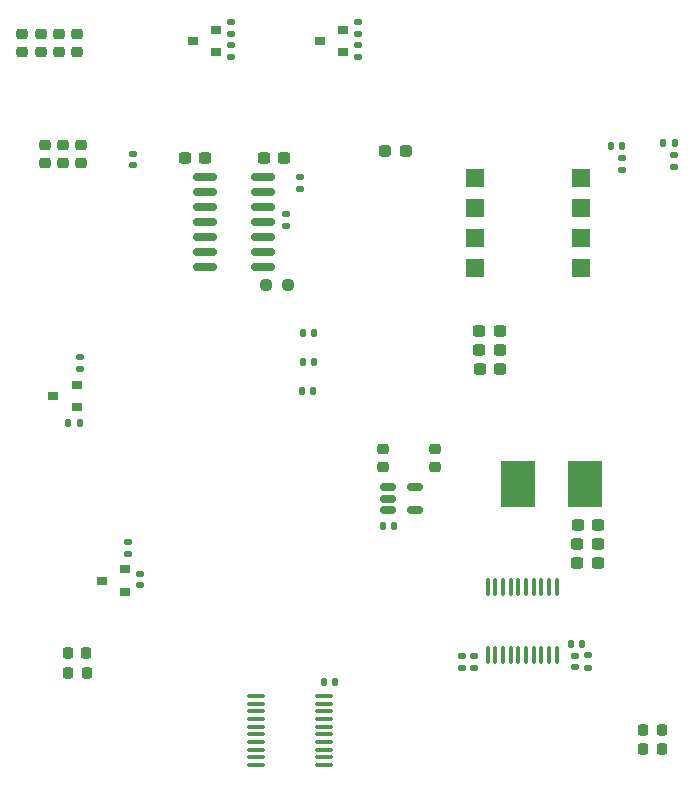
<source format=gtp>
%TF.GenerationSoftware,KiCad,Pcbnew,(6.0.10-0)*%
%TF.CreationDate,2023-04-17T23:12:56-05:00*%
%TF.ProjectId,mn_wild_siren,6d6e5f77-696c-4645-9f73-6972656e2e6b,rev?*%
%TF.SameCoordinates,Original*%
%TF.FileFunction,Paste,Top*%
%TF.FilePolarity,Positive*%
%FSLAX46Y46*%
G04 Gerber Fmt 4.6, Leading zero omitted, Abs format (unit mm)*
G04 Created by KiCad (PCBNEW (6.0.10-0)) date 2023-04-17 23:12:56*
%MOMM*%
%LPD*%
G01*
G04 APERTURE LIST*
G04 Aperture macros list*
%AMRoundRect*
0 Rectangle with rounded corners*
0 $1 Rounding radius*
0 $2 $3 $4 $5 $6 $7 $8 $9 X,Y pos of 4 corners*
0 Add a 4 corners polygon primitive as box body*
4,1,4,$2,$3,$4,$5,$6,$7,$8,$9,$2,$3,0*
0 Add four circle primitives for the rounded corners*
1,1,$1+$1,$2,$3*
1,1,$1+$1,$4,$5*
1,1,$1+$1,$6,$7*
1,1,$1+$1,$8,$9*
0 Add four rect primitives between the rounded corners*
20,1,$1+$1,$2,$3,$4,$5,0*
20,1,$1+$1,$4,$5,$6,$7,0*
20,1,$1+$1,$6,$7,$8,$9,0*
20,1,$1+$1,$8,$9,$2,$3,0*%
G04 Aperture macros list end*
%ADD10RoundRect,0.150000X-0.512500X-0.150000X0.512500X-0.150000X0.512500X0.150000X-0.512500X0.150000X0*%
%ADD11RoundRect,0.147500X0.172500X-0.147500X0.172500X0.147500X-0.172500X0.147500X-0.172500X-0.147500X0*%
%ADD12RoundRect,0.225000X-0.225000X-0.250000X0.225000X-0.250000X0.225000X0.250000X-0.225000X0.250000X0*%
%ADD13RoundRect,0.225000X0.250000X-0.225000X0.250000X0.225000X-0.250000X0.225000X-0.250000X-0.225000X0*%
%ADD14RoundRect,0.225000X-0.250000X0.225000X-0.250000X-0.225000X0.250000X-0.225000X0.250000X0.225000X0*%
%ADD15RoundRect,0.225000X0.225000X0.250000X-0.225000X0.250000X-0.225000X-0.250000X0.225000X-0.250000X0*%
%ADD16RoundRect,0.237500X0.300000X0.237500X-0.300000X0.237500X-0.300000X-0.237500X0.300000X-0.237500X0*%
%ADD17RoundRect,0.237500X-0.300000X-0.237500X0.300000X-0.237500X0.300000X0.237500X-0.300000X0.237500X0*%
%ADD18R,3.000000X4.000000*%
%ADD19RoundRect,0.237500X0.287500X0.237500X-0.287500X0.237500X-0.287500X-0.237500X0.287500X-0.237500X0*%
%ADD20RoundRect,0.147500X-0.147500X-0.172500X0.147500X-0.172500X0.147500X0.172500X-0.147500X0.172500X0*%
%ADD21RoundRect,0.218750X-0.256250X0.218750X-0.256250X-0.218750X0.256250X-0.218750X0.256250X0.218750X0*%
%ADD22R,0.900000X0.800000*%
%ADD23RoundRect,0.147500X-0.172500X0.147500X-0.172500X-0.147500X0.172500X-0.147500X0.172500X0.147500X0*%
%ADD24RoundRect,0.147500X0.147500X0.172500X-0.147500X0.172500X-0.147500X-0.172500X0.147500X-0.172500X0*%
%ADD25RoundRect,0.100000X-0.637500X-0.100000X0.637500X-0.100000X0.637500X0.100000X-0.637500X0.100000X0*%
%ADD26R,1.500000X1.500000*%
%ADD27RoundRect,0.135000X-0.185000X0.135000X-0.185000X-0.135000X0.185000X-0.135000X0.185000X0.135000X0*%
%ADD28RoundRect,0.150000X-0.825000X-0.150000X0.825000X-0.150000X0.825000X0.150000X-0.825000X0.150000X0*%
%ADD29RoundRect,0.135000X0.185000X-0.135000X0.185000X0.135000X-0.185000X0.135000X-0.185000X-0.135000X0*%
%ADD30RoundRect,0.140000X-0.140000X-0.170000X0.140000X-0.170000X0.140000X0.170000X-0.140000X0.170000X0*%
%ADD31RoundRect,0.100000X-0.100000X0.637500X-0.100000X-0.637500X0.100000X-0.637500X0.100000X0.637500X0*%
%ADD32RoundRect,0.135000X0.135000X0.185000X-0.135000X0.185000X-0.135000X-0.185000X0.135000X-0.185000X0*%
%ADD33RoundRect,0.237500X-0.250000X-0.237500X0.250000X-0.237500X0.250000X0.237500X-0.250000X0.237500X0*%
G04 APERTURE END LIST*
D10*
X218332500Y-110280000D03*
X218332500Y-111230000D03*
X218332500Y-112180000D03*
X220607500Y-112180000D03*
X220607500Y-110280000D03*
D11*
X215790000Y-73815000D03*
X215790000Y-72845000D03*
D12*
X191210000Y-124260000D03*
X192760000Y-124260000D03*
D13*
X188910000Y-73435000D03*
X188910000Y-71885000D03*
X187350000Y-73415000D03*
X187350000Y-71865000D03*
X190430000Y-73435000D03*
X190430000Y-71885000D03*
D14*
X189270000Y-81295000D03*
X189270000Y-82845000D03*
D13*
X191970000Y-73435000D03*
X191970000Y-71885000D03*
D14*
X192340000Y-81275000D03*
X192340000Y-82825000D03*
X190810000Y-81285000D03*
X190810000Y-82835000D03*
D12*
X191260000Y-125960000D03*
X192810000Y-125960000D03*
D15*
X241490000Y-132440000D03*
X239940000Y-132440000D03*
D14*
X217930000Y-107035000D03*
X217930000Y-108585000D03*
D15*
X241495000Y-130840000D03*
X239945000Y-130840000D03*
D16*
X227802500Y-100250000D03*
X226077500Y-100250000D03*
X227780000Y-97060000D03*
X226055000Y-97060000D03*
X227782500Y-98650000D03*
X226057500Y-98650000D03*
D17*
X234357500Y-116650000D03*
X236082500Y-116650000D03*
X234357500Y-115050000D03*
X236082500Y-115050000D03*
X234377500Y-113480000D03*
X236102500Y-113480000D03*
D18*
X229370000Y-109990000D03*
X234970000Y-109990000D03*
D19*
X219809999Y-81790000D03*
X218059999Y-81790000D03*
D20*
X212905000Y-126760000D03*
X213875000Y-126760000D03*
D21*
X222340000Y-107010000D03*
X222340000Y-108585000D03*
D22*
X191960000Y-103500000D03*
X191960000Y-101600000D03*
X189960000Y-102550000D03*
X196070000Y-119120000D03*
X196070000Y-117220000D03*
X194070000Y-118170000D03*
X214540000Y-73450000D03*
X214540000Y-71550000D03*
X212540000Y-72500000D03*
X203790000Y-73450000D03*
X203790000Y-71550000D03*
X201790000Y-72500000D03*
D20*
X191245000Y-104850000D03*
X192215000Y-104850000D03*
D23*
X197370000Y-117575000D03*
X197370000Y-118545000D03*
X192210000Y-99275000D03*
X192210000Y-100245000D03*
X238150000Y-82410000D03*
X238150000Y-83380000D03*
X196310000Y-114910000D03*
X196310000Y-115880000D03*
D11*
X196710000Y-82995000D03*
X196710000Y-82025000D03*
D23*
X210910000Y-84005000D03*
X210910000Y-84975000D03*
D20*
X211985000Y-102080000D03*
X211015000Y-102080000D03*
X212060000Y-99700000D03*
X211090000Y-99700000D03*
D24*
X238150000Y-81360000D03*
X237180000Y-81360000D03*
D11*
X234140000Y-125520000D03*
X234140000Y-124550000D03*
X205060000Y-73805000D03*
X205060000Y-72835000D03*
D25*
X207167500Y-127925000D03*
X207167500Y-128575000D03*
X207167500Y-129225000D03*
X207167500Y-129875000D03*
X207167500Y-130525000D03*
X207167500Y-131175000D03*
X207167500Y-131825000D03*
X207167500Y-132475000D03*
X207167500Y-133125000D03*
X207167500Y-133775000D03*
X212892500Y-133775000D03*
X212892500Y-133125000D03*
X212892500Y-132475000D03*
X212892500Y-131825000D03*
X212892500Y-131175000D03*
X212892500Y-130525000D03*
X212892500Y-129875000D03*
X212892500Y-129225000D03*
X212892500Y-128575000D03*
X212892500Y-127925000D03*
D26*
X234680000Y-91690000D03*
X234680000Y-89150000D03*
X234680000Y-86610000D03*
X234680000Y-84070000D03*
X225680000Y-84070000D03*
X225680000Y-86610000D03*
X225680000Y-89150000D03*
X225680000Y-91690000D03*
D20*
X212075000Y-97240000D03*
X211105000Y-97240000D03*
X217860000Y-113570000D03*
X218830000Y-113570000D03*
D27*
X242550000Y-82150000D03*
X242550000Y-83170000D03*
D28*
X207755000Y-83980000D03*
X207755000Y-85250000D03*
X207755000Y-86520000D03*
X207755000Y-87790000D03*
X207755000Y-89060000D03*
X207755000Y-90330000D03*
X207755000Y-91600000D03*
X202805000Y-91600000D03*
X202805000Y-90330000D03*
X202805000Y-89060000D03*
X202805000Y-87790000D03*
X202805000Y-86520000D03*
X202805000Y-85250000D03*
X202805000Y-83980000D03*
D29*
X224550000Y-125570000D03*
X224550000Y-124550000D03*
D17*
X207807500Y-82380000D03*
X209532500Y-82380000D03*
D29*
X209690000Y-88180000D03*
X209690000Y-87160000D03*
X225600000Y-125580000D03*
X225600000Y-124560000D03*
D27*
X215780000Y-70880000D03*
X215780000Y-71900000D03*
D30*
X233810000Y-123570000D03*
X234770000Y-123570000D03*
D31*
X232615000Y-124462500D03*
X231965000Y-124462500D03*
X231315000Y-124462500D03*
X230665000Y-124462500D03*
X230015000Y-124462500D03*
X229365000Y-124462500D03*
X228715000Y-124462500D03*
X228065000Y-124462500D03*
X227415000Y-124462500D03*
X226765000Y-124462500D03*
X226765000Y-118737500D03*
X227415000Y-118737500D03*
X228065000Y-118737500D03*
X228715000Y-118737500D03*
X229365000Y-118737500D03*
X230015000Y-118737500D03*
X230665000Y-118737500D03*
X231315000Y-118737500D03*
X231965000Y-118737500D03*
X232615000Y-118737500D03*
D16*
X202835000Y-82420000D03*
X201110000Y-82420000D03*
D29*
X235220000Y-125530000D03*
X235220000Y-124510000D03*
D27*
X205070000Y-70890000D03*
X205070000Y-71910000D03*
D32*
X242600000Y-81120000D03*
X241580000Y-81120000D03*
D33*
X208025000Y-93170000D03*
X209850000Y-93170000D03*
M02*

</source>
